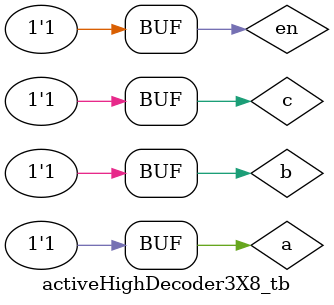
<source format=v>
module activeHigh3X8(
    en, a, b, c, d0, d4, d6, d7, out
);

input en, a, b, c;
output d0, d4, d6, d7;
// wire d0, d4, d6, d7;
output out;

assign d0 = en & ~a & ~b & ~c;
// assign d1 = en & ~a & ~b & c;
// assign d2 = en & ~a & b & ~c;
// assign d3 = en & ~a & b & c;
assign d4 = en & a & ~b & ~c;
// assign d5 = en & a & ~b & c;
assign d6 = en & a & b & ~c;
assign d7 = en & a & b & c;

assign out = d0 | d4 | d6 | d7;
    
endmodule

module activeHighDecoder3X8_tb;
reg en, a, b, c;
wire d0, d4, d6, d7, out;

activeHigh3X8 exp(en, a, b, c, d0, d4, d6, d7, out);

initial begin
    en=1'b1; a=1'b0; b=1'b0; c=1'b0;
    $monitor("Time:%f, en=%b a=%b b=%b c=%b, d0=%b, d4=%b, d6=%b, d7=%b, out=%b", $time, en, a, b, c, d0, d4, d6, d7, out );
    #5 en=1'b1; a=1'b0; b=1'b0; c=1'b0;
    #5 en=1'b1; a=1'b0; b=1'b0; c=1'b1;
    #5 en=1'b1; a=1'b0; b=1'b1; c=1'b0;
    #5 en=1'b1; a=1'b0; b=1'b1; c=1'b1;
    #5 en=1'b1; a=1'b1; b=1'b0; c=1'b0;
    #5 en=1'b1; a=1'b1; b=1'b0; c=1'b1;
    #5 en=1'b1; a=1'b1; b=1'b1; c=1'b0;
    #5 en=1'b1; a=1'b1; b=1'b1; c=1'b1;
end
endmodule

</source>
